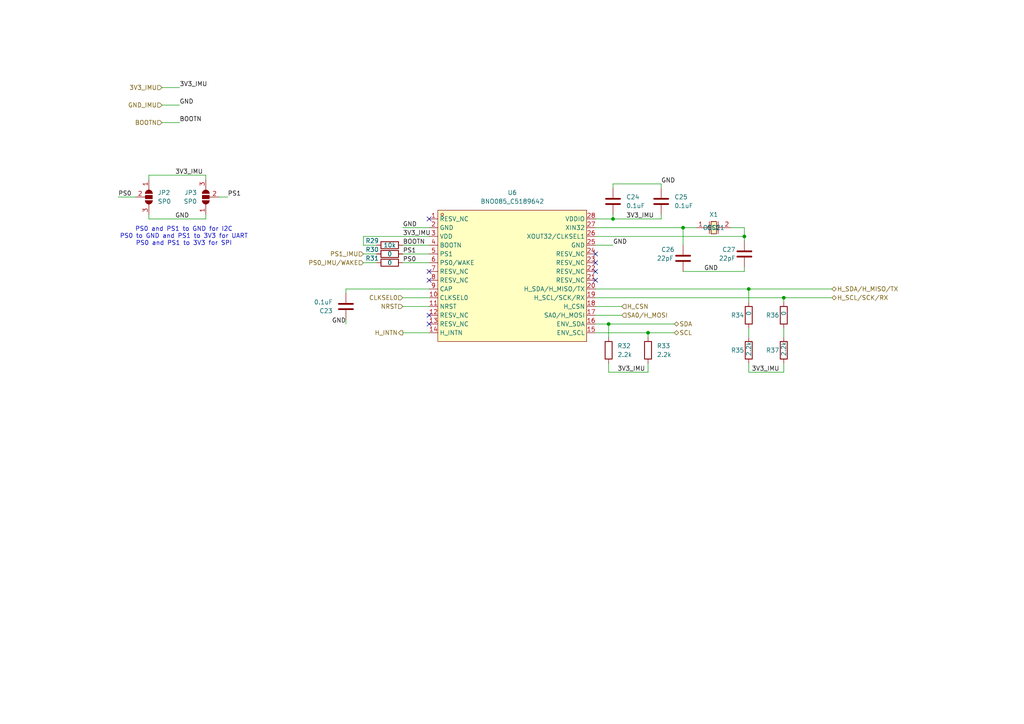
<source format=kicad_sch>
(kicad_sch (version 20250114) (generator "eeschema") (generator_version "9.0")
  (paper "A4")
  (lib_symbols
    (symbol "Device:C" (pin_numbers (hide yes)) (pin_names (offset 0.254))
      (property "Reference" "C" (at 0.635 2.54 0))
      (property "Value" "C" (at 0.635 -2.54 0))
      (symbol "C_0_1"
        (polyline (pts (xy -2.032 0.762) (xy 2.032 0.762)) (stroke (width 0.508)))
        (polyline (pts (xy -2.032 -0.762) (xy 2.032 -0.762)) (stroke (width 0.508)))
      )
      (symbol "C_1_1"
        (pin passive line (at 0 3.81 270) (length 2.794) (name "~") (number "1"))
        (pin passive line (at 0 -3.81 90) (length 2.794) (name "~") (number "2"))
      )
    )
    (symbol "Device:R" (pin_numbers (hide yes)) (pin_names (offset 0))
      (property "Reference" "R" (at 2.032 0 90))
      (property "Value" "R" (at 0 0 90))
      (symbol "R_0_1"
        (rectangle (start -1.016 -2.54) (end 1.016 2.54) (stroke (width 0.254)))
      )
      (symbol "R_1_1"
        (pin passive line (at 0 3.81 270) (length 1.27) (name "~") (number "1"))
        (pin passive line (at 0 -3.81 90) (length 1.27) (name "~") (number "2"))
      )
    )
    (symbol "Jumper:SolderJumper_3_Open" (pin_names (offset 0) (hide yes)) (exclude_from_sim yes) (in_bom no)
      (property "Reference" "JP" (at -2.54 -2.54 0))
      (property "Value" "SolderJumper_3_Open" (at 0 2.794 0))
      (symbol "SolderJumper_3_Open_0_1"
        (polyline (pts (xy -2.54 0) (xy -2.032 0)))
        (polyline (pts (xy -1.016 1.016) (xy -1.016 -1.016)))
        (arc (start -1.016 -1.016) (mid -2.0276 0) (end -1.016 1.016))
        (arc (start -1.016 -1.016) (mid -2.0276 0) (end -1.016 1.016) (fill (type outline)))
        (rectangle (start -0.508 1.016) (end 0.508 -1.016) (fill (type outline)))
        (polyline (pts (xy 0 -1.27) (xy 0 -1.016)))
        (arc (start 1.016 1.016) (mid 2.0276 0) (end 1.016 -1.016))
        (arc (start 1.016 1.016) (mid 2.0276 0) (end 1.016 -1.016) (fill (type outline)))
        (polyline (pts (xy 1.016 1.016) (xy 1.016 -1.016)))
        (polyline (pts (xy 2.54 0) (xy 2.032 0)))
      )
      (symbol "SolderJumper_3_Open_1_1"
        (pin passive line (at -5.08 0 0) (length 2.54) (name "A") (number "1"))
        (pin passive line (at 0 -3.81 90) (length 2.54) (name "C") (number "2"))
        (pin passive line (at 5.08 0 180) (length 2.54) (name "B") (number "3"))
      )
    )
    (symbol "easyeda2kicad:ABS06-32.768KHZ-T"
      (property "Reference" "X" (at 0 5.08 0))
      (property "Value" "ABS06-32.768KHZ-T" (at 0 -5.08 0))
      (symbol "ABS06-32.768KHZ-T_0_1"
        (polyline (pts (xy -2.54 0) (xy -1.52 0)))
        (polyline (pts (xy -1.27 -1.02) (xy -1.27 1.02)))
        (polyline (pts (xy -1.27 -1.78) (xy -1.27 1.78)))
        (polyline (pts (xy -0.76 -1.78) (xy -0.76 1.78) (xy 0.76 1.78) (xy 0.76 -1.78)))
        (polyline (pts (xy 0.76 1.78) (xy 0.76 -1.78) (xy -0.76 -1.78) (xy -0.76 1.78) (xy 0.76 1.78)) (fill (type background)))
        (polyline (pts (xy 0.76 -1.78) (xy -0.76 -1.78)))
        (polyline (pts (xy 1.27 -1.02) (xy 1.27 1.02)))
        (polyline (pts (xy 1.27 -1.78) (xy 1.27 1.78)))
        (polyline (pts (xy 2.54 0) (xy 1.52 0)))
        (pin input line (at -5.08 0 0) (length 2.54) (name "OSC1") (number "1"))
        (pin input line (at 5.08 0 180) (length 2.54) (name "OSC2") (number "2"))
      )
    )
    (symbol "easyeda2kicad:BNO085_C5189642"
      (property "Reference" "U" (at 0 22.86 0))
      (property "Value" "BNO085_C5189642" (at 0 -20.32 0))
      (symbol "BNO085_C5189642_0_1"
        (rectangle (start -22.86 20.32) (end 20.32 -17.78) (fill (type background)))
        (circle (center -21.59 19.05) (radius 0.38))
        (pin unspecified line (at -25.4 17.78 0) (length 2.54) (name "RESV_NC") (number "1"))
        (pin unspecified line (at -25.4 15.24 0) (length 2.54) (name "GND") (number "2"))
        (pin unspecified line (at -25.4 12.7 0) (length 2.54) (name "VDD") (number "3"))
        (pin unspecified line (at -25.4 10.16 0) (length 2.54) (name "BOOTN") (number "4"))
        (pin unspecified line (at -25.4 7.62 0) (length 2.54) (name "PS1") (number "5"))
        (pin unspecified line (at -25.4 5.08 0) (length 2.54) (name "PS0/WAKE") (number "6"))
        (pin unspecified line (at -25.4 2.54 0) (length 2.54) (name "RESV_NC") (number "7"))
        (pin unspecified line (at -25.4 0 0) (length 2.54) (name "RESV_NC") (number "8"))
        (pin unspecified line (at -25.4 -2.54 0) (length 2.54) (name "CAP") (number "9"))
        (pin unspecified line (at -25.4 -5.08 0) (length 2.54) (name "CLKSEL0") (number "10"))
        (pin unspecified line (at -25.4 -7.62 0) (length 2.54) (name "NRST") (number "11"))
        (pin unspecified line (at -25.4 -10.16 0) (length 2.54) (name "RESV_NC") (number "12"))
        (pin unspecified line (at -25.4 -12.7 0) (length 2.54) (name "RESV_NC") (number "13"))
        (pin unspecified line (at -25.4 -15.24 0) (length 2.54) (name "H_INTN") (number "14"))
        (pin unspecified line (at 22.86 17.78 180) (length 2.54) (name "VDDIO") (number "28"))
        (pin unspecified line (at 22.86 15.24 180) (length 2.54) (name "XIN32") (number "27"))
        (pin unspecified line (at 22.86 12.7 180) (length 2.54) (name "XOUT32/CLKSEL1") (number "26"))
        (pin unspecified line (at 22.86 10.16 180) (length 2.54) (name "GND") (number "25"))
        (pin unspecified line (at 22.86 7.62 180) (length 2.54) (name "RESV_NC") (number "24"))
        (pin unspecified line (at 22.86 5.08 180) (length 2.54) (name "RESV_NC") (number "23"))
        (pin unspecified line (at 22.86 2.54 180) (length 2.54) (name "RESV_NC") (number "22"))
        (pin unspecified line (at 22.86 0 180) (length 2.54) (name "RESV_NC") (number "21"))
        (pin unspecified line (at 22.86 -2.54 180) (length 2.54) (name "H_SDA/H_MISO/TX") (number "20"))
        (pin unspecified line (at 22.86 -5.08 180) (length 2.54) (name "H_SCL/SCK/RX") (number "19"))
        (pin unspecified line (at 22.86 -7.62 180) (length 2.54) (name "H_CSN") (number "18"))
        (pin unspecified line (at 22.86 -10.16 180) (length 2.54) (name "SA0/H_MOSI") (number "17"))
        (pin unspecified line (at 22.86 -12.7 180) (length 2.54) (name "ENV_SDA") (number "16"))
        (pin unspecified line (at 22.86 -15.24 180) (length 2.54) (name "ENV_SCL") (number "15"))
      )
    )
  )
  (text "PS0 and PS1 to GND for I2C\nPS0 to GND and PS1 to 3V3 for UART\nPS0 and PS1 to 3V3 for SPI" (at 53.34 68.58 0) (effects (font (size 1.27 1.27))))
  (junction (at 187.96 96.52))
  (junction (at 176.53 93.98))
  (junction (at 215.9 68.58))
  (junction (at 217.17 83.82))
  (junction (at 198.12 66.04))
  (junction (at 227.33 86.36))
  (junction (at 177.8 63.5))
  (no_connect (at 172.72 76.2))
  (no_connect (at 124.46 78.74))
  (no_connect (at 124.46 93.98))
  (no_connect (at 124.46 81.28))
  (no_connect (at 172.72 78.74))
  (no_connect (at 124.46 91.44))
  (no_connect (at 172.72 81.28))
  (no_connect (at 172.72 73.66))
  (no_connect (at 124.46 63.5))
  (wire (pts (xy 43.18 50.8) (xy 59.69 50.8)))
  (wire (pts (xy 172.72 91.44) (xy 180.34 91.44)))
  (wire (pts (xy 217.17 107.95) (xy 217.17 105.41)))
  (wire (pts (xy 100.33 83.82) (xy 100.33 85.09)))
  (wire (pts (xy 227.33 97.79) (xy 227.33 95.25)))
  (wire (pts (xy 191.77 53.34) (xy 191.77 54.61)))
  (wire (pts (xy 191.77 63.5) (xy 191.77 62.23)))
  (wire (pts (xy 172.72 66.04) (xy 198.12 66.04)))
  (wire (pts (xy 105.41 71.12) (xy 105.41 68.58)))
  (wire (pts (xy 217.17 83.82) (xy 217.17 87.63)))
  (wire (pts (xy 105.41 68.58) (xy 124.46 68.58)))
  (wire (pts (xy 59.69 63.5) (xy 59.69 62.23)))
  (wire (pts (xy 172.72 93.98) (xy 176.53 93.98)))
  (wire (pts (xy 215.9 68.58) (xy 215.9 69.85)))
  (wire (pts (xy 227.33 107.95) (xy 227.33 105.41)))
  (wire (pts (xy 217.17 83.82) (xy 241.3 83.82)))
  (wire (pts (xy 198.12 78.74) (xy 215.9 78.74)))
  (wire (pts (xy 176.53 107.95) (xy 187.96 107.95)))
  (wire (pts (xy 217.17 97.79) (xy 217.17 95.25)))
  (wire (pts (xy 187.96 107.95) (xy 187.96 105.41)))
  (wire (pts (xy 177.8 53.34) (xy 191.77 53.34)))
  (wire (pts (xy 172.72 88.9) (xy 180.34 88.9)))
  (wire (pts (xy 177.8 54.61) (xy 177.8 53.34)))
  (wire (pts (xy 34.29 57.15) (xy 39.37 57.15)))
  (wire (pts (xy 215.9 77.47) (xy 215.9 78.74)))
  (wire (pts (xy 176.53 93.98) (xy 195.58 93.98)))
  (wire (pts (xy 187.96 96.52) (xy 195.58 96.52)))
  (wire (pts (xy 105.41 73.66) (xy 109.22 73.66)))
  (wire (pts (xy 100.33 83.82) (xy 124.46 83.82)))
  (wire (pts (xy 227.33 86.36) (xy 241.3 86.36)))
  (wire (pts (xy 187.96 97.79) (xy 187.96 96.52)))
  (wire (pts (xy 198.12 66.04) (xy 201.93 66.04)))
  (wire (pts (xy 46.99 30.48) (xy 52.07 30.48)))
  (wire (pts (xy 66.04 57.15) (xy 63.5 57.15)))
  (wire (pts (xy 176.53 105.41) (xy 176.53 107.95)))
  (wire (pts (xy 105.41 76.2) (xy 109.22 76.2)))
  (wire (pts (xy 109.22 71.12) (xy 105.41 71.12)))
  (wire (pts (xy 172.72 63.5) (xy 177.8 63.5)))
  (wire (pts (xy 116.84 73.66) (xy 124.46 73.66)))
  (wire (pts (xy 172.72 68.58) (xy 215.9 68.58)))
  (wire (pts (xy 116.84 66.04) (xy 124.46 66.04)))
  (wire (pts (xy 172.72 96.52) (xy 187.96 96.52)))
  (wire (pts (xy 43.18 52.07) (xy 43.18 50.8)))
  (wire (pts (xy 176.53 93.98) (xy 176.53 97.79)))
  (wire (pts (xy 46.99 25.4) (xy 52.07 25.4)))
  (wire (pts (xy 59.69 50.8) (xy 59.69 52.07)))
  (wire (pts (xy 116.84 86.36) (xy 124.46 86.36)))
  (wire (pts (xy 217.17 107.95) (xy 227.33 107.95)))
  (wire (pts (xy 59.69 63.5) (xy 43.18 63.5)))
  (wire (pts (xy 172.72 71.12) (xy 177.8 71.12)))
  (wire (pts (xy 172.72 86.36) (xy 227.33 86.36)))
  (wire (pts (xy 116.84 76.2) (xy 124.46 76.2)))
  (wire (pts (xy 46.99 35.56) (xy 52.07 35.56)))
  (wire (pts (xy 116.84 88.9) (xy 124.46 88.9)))
  (wire (pts (xy 198.12 66.04) (xy 198.12 71.12)))
  (wire (pts (xy 172.72 83.82) (xy 217.17 83.82)))
  (wire (pts (xy 227.33 86.36) (xy 227.33 87.63)))
  (wire (pts (xy 43.18 63.5) (xy 43.18 62.23)))
  (wire (pts (xy 177.8 62.23) (xy 177.8 63.5)))
  (wire (pts (xy 177.8 63.5) (xy 191.77 63.5)))
  (wire (pts (xy 116.84 96.52) (xy 124.46 96.52)))
  (wire (pts (xy 116.84 71.12) (xy 124.46 71.12)))
  (wire (pts (xy 215.9 66.04) (xy 212.09 66.04)))
  (wire (pts (xy 215.9 66.04) (xy 215.9 68.58)))
  (wire (pts (xy 100.33 93.98) (xy 100.33 92.71)))
  (label "PS1" (at 116.84 73.66 0))
  (label "GND" (at 177.8 71.12 0))
  (label "GND" (at 50.8 63.5 0))
  (label "GND" (at 100.33 93.98 180))
  (label "3V3_IMU" (at 181.61 63.5 0))
  (label "3V3_IMU" (at 52.07 25.4 0))
  (label "PS1" (at 66.04 57.15 0))
  (label "BOOTN" (at 116.84 71.12 0))
  (label "3V3_IMU" (at 226.06 107.95 180))
  (label "BOOTN" (at 52.07 35.56 0))
  (label "3V3_IMU" (at 179.07 107.95 0))
  (label "GND" (at 52.07 30.48 0))
  (label "3V3_IMU" (at 50.8 50.8 0))
  (label "PS0" (at 34.29 57.15 0))
  (label "GND" (at 191.77 53.34 0))
  (label "3V3_IMU" (at 116.84 68.58 0))
  (label "GND" (at 116.84 66.04 0))
  (label "PS0" (at 116.84 76.2 0))
  (label "GND" (at 208.28 78.74 180))
  (hierarchical_label "SCL" (shape bidirectional) (at 195.58 96.52 0))
  (hierarchical_label "PS0_IMU{slash}WAKE" (shape input) (at 105.41 76.2 180))
  (hierarchical_label "SA0{slash}H_MOSI" (shape input) (at 180.34 91.44 0))
  (hierarchical_label "H_CSN" (shape input) (at 180.34 88.9 0))
  (hierarchical_label "H_SCL{slash}SCK{slash}RX" (shape bidirectional) (at 241.3 86.36 0))
  (hierarchical_label "NRST" (shape input) (at 116.84 88.9 180))
  (hierarchical_label "H_INTN" (shape output) (at 116.84 96.52 180))
  (hierarchical_label "H_SDA{slash}H_MISO{slash}TX" (shape bidirectional) (at 241.3 83.82 0))
  (hierarchical_label "SDA" (shape bidirectional) (at 195.58 93.98 0))
  (hierarchical_label "3V3_IMU" (shape input) (at 46.99 25.4 180))
  (hierarchical_label "PS1_IMU" (shape input) (at 105.41 73.66 180))
  (hierarchical_label "BOOTN" (shape input) (at 46.99 35.56 180))
  (hierarchical_label "CLKSEL0" (shape input) (at 116.84 86.36 180))
  (hierarchical_label "GND_IMU" (shape input) (at 46.99 30.48 180))
  (symbol (lib_id "Device:C") (at 100.33 88.9 180) (unit 1)
    (property "Reference" "C23" (at 96.52 90.1701 0) (effects (justify left)))
    (property "Value" "0.1uF" (at 96.52 87.6301 0) (effects (justify left)))
    (property "Footprint" "easyeda2kicad:C0603" (effects (hide yes)))
    (property "Description" "Unpolarized capacitor" (effects (hide yes)))
  )
  (symbol (lib_id "Device:C") (at 177.8 58.42 0) (unit 1)
    (property "Reference" "C24" (at 181.61 57.1499 0) (effects (justify left)))
    (property "Value" "0.1uF" (at 181.61 59.6899 0) (effects (justify left)))
    (property "Footprint" "easyeda2kicad:C0603" (effects (hide yes)))
    (property "Description" "Unpolarized capacitor" (effects (hide yes)))
  )
  (symbol (lib_id "easyeda2kicad:ABS06-32.768KHZ-T") (at 207.01 66.04 0) (unit 1)
    (property "Reference" "X1" (at 207.01 62.23 0))
    (property "Value" "ABS06-32.768KHZ-T" (effects (hide yes)))
    (property "Footprint" "easyeda2kicad:OSC-SMD_L2.0-W1.2" (effects (hide yes)))
    (property "Datasheet" "https://lcsc.com/product-detail/Others_Abracon-LLC_ABS06-32-768KHZ-T_Abracon-LLC-ABS06-32-768KHZ-T_C276423.html" (effects (hide yes)))
    (property "LCSC Part" "C276423" (effects (hide yes)))
  )
  (symbol (lib_id "easyeda2kicad:BNO085_C5189642") (at 149.86 81.28 0) (unit 1)
    (property "Reference" "U6" (at 148.59 55.88 0))
    (property "Value" "BNO085_C5189642" (at 148.59 58.42 0))
    (property "Footprint" "easyeda2kicad:LGA-28_L5.2-W3.8-P0.50-BL" (effects (hide yes)))
    (property "LCSC Part" "C5189642" (effects (hide yes)))
  )
  (symbol (lib_id "Device:R") (at 227.33 101.6 180) (unit 1)
    (property "Reference" "R37" (at 226.06 101.6 0) (effects (justify left)))
    (property "Value" "2.2k" (at 227.33 99.06 90) (effects (justify left)))
    (property "Footprint" "easyeda2kicad:R0603" (effects (hide yes)))
    (property "Description" "Resistor" (effects (hide yes)))
  )
  (symbol (lib_id "Device:R") (at 113.03 71.12 270) (unit 1)
    (property "Reference" "R29" (at 107.95 69.85 90))
    (property "Value" "10k" (at 113.03 71.12 90))
    (property "Footprint" "easyeda2kicad:R0603" (effects (hide yes)))
    (property "LCSC Part" "C21189" (effects (hide yes)))
  )
  (symbol (lib_id "Device:R") (at 227.33 91.44 180) (unit 1) (exclude_from_sim yes) (in_bom no)
    (property "Reference" "R36" (at 226.06 91.44 0) (effects (justify left)))
    (property "Value" "0" (at 227.33 90.17 90) (effects (justify left)))
    (property "Footprint" "easyeda2kicad:R0603" (effects (hide yes)))
    (property "Description" "Resistor" (effects (hide yes)))
  )
  (symbol (lib_id "Device:R") (at 187.96 101.6 0) (unit 1)
    (property "Reference" "R33" (at 190.5 100.3299 0) (effects (justify left)))
    (property "Value" "2.2k" (at 190.5 102.8699 0) (effects (justify left)))
    (property "Footprint" "easyeda2kicad:R0603" (effects (hide yes)))
    (property "Description" "Resistor" (effects (hide yes)))
  )
  (symbol (lib_id "Jumper:SolderJumper_3_Open") (at 43.18 57.15 270) (unit 1)
    (property "Reference" "JP2" (at 45.72 55.8799 90) (effects (justify left)))
    (property "Value" "SP0" (at 45.72 58.4199 90) (effects (justify left)))
    (property "Footprint" "Jumper:SolderJumper-3_P1.3mm_Open_RoundedPad1.0x1.5mm" (effects (hide yes)))
    (property "Description" "Solder Jumper, 3-pole, open" (effects (hide yes)))
  )
  (symbol (lib_id "Device:R") (at 176.53 101.6 0) (unit 1)
    (property "Reference" "R32" (at 179.07 100.3299 0) (effects (justify left)))
    (property "Value" "2.2k" (at 179.07 102.8699 0) (effects (justify left)))
    (property "Footprint" "easyeda2kicad:R0603" (effects (hide yes)))
    (property "Description" "Resistor" (effects (hide yes)))
  )
  (symbol (lib_id "Jumper:SolderJumper_3_Open") (at 59.69 57.15 90) (unit 1)
    (property "Reference" "JP3" (at 57.15 55.8799 90) (effects (justify left)))
    (property "Value" "SP0" (at 57.15 58.4199 90) (effects (justify left)))
    (property "Footprint" "Jumper:SolderJumper-3_P1.3mm_Open_RoundedPad1.0x1.5mm" (effects (hide yes)))
    (property "Description" "Solder Jumper, 3-pole, open" (effects (hide yes)))
  )
  (symbol (lib_id "Device:C") (at 191.77 58.42 0) (unit 1)
    (property "Reference" "C25" (at 195.58 57.1499 0) (effects (justify left)))
    (property "Value" "0.1uF" (at 195.58 59.6899 0) (effects (justify left)))
    (property "Footprint" "easyeda2kicad:C0603" (effects (hide yes)))
    (property "Description" "Unpolarized capacitor" (effects (hide yes)))
  )
  (symbol (lib_id "Device:R") (at 217.17 101.6 180) (unit 1)
    (property "Reference" "R35" (at 215.9 101.6 0) (effects (justify left)))
    (property "Value" "2.2k" (at 217.17 99.06 90) (effects (justify left)))
    (property "Footprint" "easyeda2kicad:R0603" (effects (hide yes)))
    (property "Description" "Resistor" (effects (hide yes)))
  )
  (symbol (lib_id "Device:R") (at 113.03 73.66 270) (unit 1)
    (property "Reference" "R30" (at 107.95 72.39 90))
    (property "Value" "0" (at 113.03 73.66 90))
    (property "Footprint" "easyeda2kicad:R0603" (effects (hide yes)))
    (property "LCSC Part" "C21189" (effects (hide yes)))
  )
  (symbol (lib_id "Device:R") (at 217.17 91.44 180) (unit 1) (exclude_from_sim yes) (in_bom no)
    (property "Reference" "R34" (at 215.9 91.44 0) (effects (justify left)))
    (property "Value" "0" (at 217.17 90.17 90) (effects (justify left)))
    (property "Footprint" "easyeda2kicad:R0603" (effects (hide yes)))
    (property "Description" "Resistor" (effects (hide yes)))
  )
  (symbol (lib_id "Device:R") (at 113.03 76.2 270) (unit 1)
    (property "Reference" "R31" (at 107.95 74.93 90))
    (property "Value" "0" (at 113.03 76.2 90))
    (property "Footprint" "easyeda2kicad:R0603" (effects (hide yes)))
    (property "LCSC Part" "C21189" (effects (hide yes)))
  )
  (symbol (lib_id "Device:C") (at 198.12 74.93 180) (unit 1)
    (property "Reference" "C26" (at 191.77 72.39 0) (effects (justify right)))
    (property "Value" "22pF" (at 190.5 74.93 0) (effects (justify right)))
    (property "Footprint" "easyeda2kicad:C0603" (effects (hide yes)))
    (property "Description" "Unpolarized capacitor" (effects (hide yes)))
  )
  (symbol (lib_id "Device:C") (at 215.9 73.66 180) (unit 1)
    (property "Reference" "C27" (at 213.36 72.39 0) (effects (justify left)))
    (property "Value" "22pF" (at 213.36 74.93 0) (effects (justify left)))
    (property "Footprint" "easyeda2kicad:C0603" (effects (hide yes)))
    (property "Description" "Unpolarized capacitor" (effects (hide yes)))
  )
)
</source>
